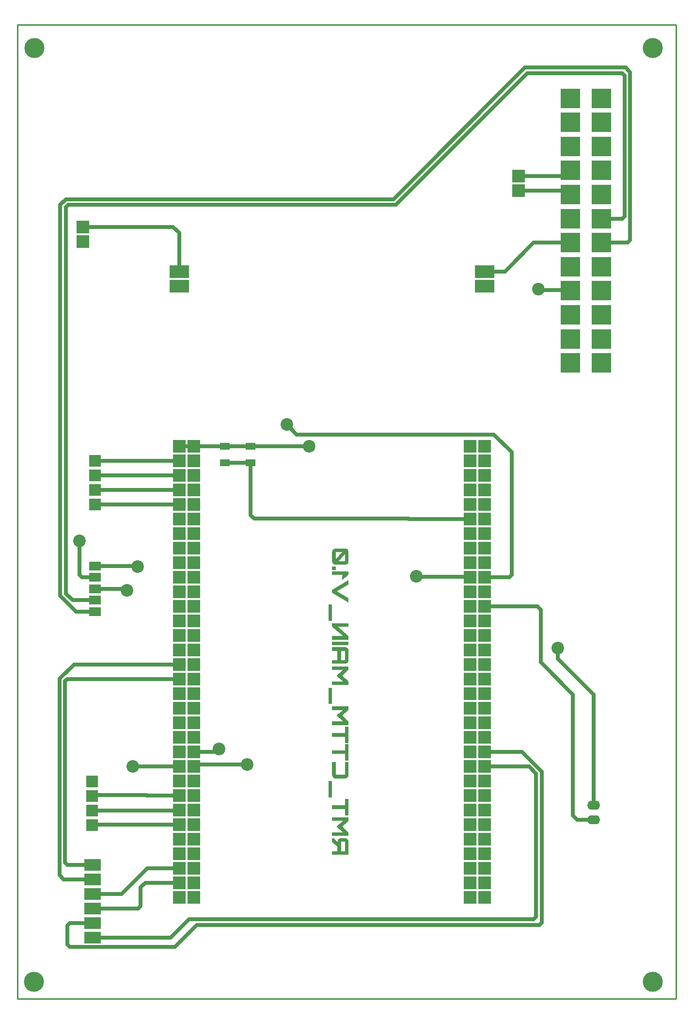
<source format=gbr>
%TF.GenerationSoftware,Altium Limited,Altium Designer,23.1.1 (15)*%
G04 Layer_Physical_Order=2*
G04 Layer_Color=16711680*
%FSLAX45Y45*%
%MOMM*%
%TF.SameCoordinates,E8D9828D-2704-4F52-8B6C-01FE10BD62F2*%
%TF.FilePolarity,Positive*%
%TF.FileFunction,Copper,L2,Bot,Signal*%
%TF.Part,Single*%
G01*
G75*
%TA.AperFunction,Conductor*%
%ADD10C,0.70000*%
%TA.AperFunction,ComponentPad*%
%ADD11R,2.00000X1.50000*%
%ADD12R,2.00000X2.00000*%
%ADD13R,3.00000X2.00000*%
%ADD14R,3.50000X2.20000*%
%ADD15R,2.20000X2.20000*%
%ADD16O,2.25000X1.60000*%
%ADD17R,2.25000X2.20000*%
%ADD18R,3.50000X3.50000*%
%ADD19R,2.20000X2.20000*%
%TA.AperFunction,ViaPad*%
%ADD20C,3.50000*%
%ADD21C,2.20000*%
%TA.AperFunction,SMDPad,CuDef*%
%ADD22R,1.80000X1.30000*%
%TA.AperFunction,NonConductor*%
%ADD23C,0.25400*%
G36*
X5734925Y7861548D02*
X5740340Y7860715D01*
X5745339Y7859465D01*
X5749504Y7857799D01*
X5753253Y7856132D01*
X5755753Y7854883D01*
X5757835Y7854050D01*
X5758252Y7853633D01*
X5763251Y7850301D01*
X5767416Y7846968D01*
X5771165Y7843636D01*
X5774498Y7839887D01*
X5776997Y7836971D01*
X5778663Y7834471D01*
X5779913Y7832805D01*
X5780330Y7832388D01*
X5783245Y7827390D01*
X5785328Y7822391D01*
X5786578Y7817809D01*
X5787828Y7813227D01*
X5788244Y7809478D01*
X5788661Y7806145D01*
Y7638271D01*
X5788244Y7632440D01*
X5787411Y7626608D01*
X5786161Y7621609D01*
X5784495Y7617443D01*
X5782829Y7613694D01*
X5781579Y7611195D01*
X5780746Y7609112D01*
X5780330Y7608696D01*
X5776997Y7604114D01*
X5773248Y7599948D01*
X5769499Y7596615D01*
X5766167Y7593283D01*
X5763251Y7591200D01*
X5760751Y7589117D01*
X5758668Y7588284D01*
X5758252Y7587868D01*
X5753253Y7585368D01*
X5748254Y7583286D01*
X5743256Y7582036D01*
X5738674Y7580786D01*
X5734925Y7580370D01*
X5731592Y7579953D01*
X5729926D01*
X5729093D01*
X5563302D01*
X5557470Y7580370D01*
X5552055Y7581203D01*
X5547056Y7582452D01*
X5542890Y7584119D01*
X5539141Y7585368D01*
X5536225Y7586618D01*
X5534559Y7587451D01*
X5533726Y7587868D01*
X5528727Y7591200D01*
X5524145Y7594533D01*
X5519980Y7597865D01*
X5516647Y7601198D01*
X5514148Y7604114D01*
X5512065Y7606613D01*
X5510815Y7608279D01*
X5510399Y7608696D01*
X5507483Y7613694D01*
X5505400Y7619110D01*
X5503734Y7624108D01*
X5502901Y7628691D01*
X5502067Y7632440D01*
X5501651Y7635356D01*
Y7803646D01*
X5502067Y7809478D01*
X5502901Y7814893D01*
X5504567Y7819892D01*
X5506233Y7824057D01*
X5507483Y7827390D01*
X5509149Y7830306D01*
X5509982Y7831972D01*
X5510399Y7832388D01*
X5514148Y7836971D01*
X5517897Y7841553D01*
X5521646Y7844885D01*
X5525395Y7848218D01*
X5528727Y7850301D01*
X5531227Y7852383D01*
X5533309Y7853216D01*
X5533726Y7853633D01*
X5539141Y7856549D01*
X5544140Y7858632D01*
X5549139Y7859881D01*
X5553721Y7861131D01*
X5557887Y7861548D01*
X5560802Y7861964D01*
X5562469D01*
X5563302D01*
X5729093D01*
X5734925Y7861548D01*
D02*
G37*
G36*
X5562469Y7485811D02*
X5501651D01*
Y7547045D01*
X5562469D01*
Y7485811D01*
D02*
G37*
G36*
X5788661Y7400832D02*
X5679105Y7308773D01*
Y7390002D01*
X5695768Y7402915D01*
X5501651D01*
Y7464149D01*
X5788661D01*
Y7400832D01*
D02*
G37*
G36*
Y7235041D02*
X5579964Y7114656D01*
X5788661Y6994270D01*
Y6922621D01*
X5501651Y7088829D01*
Y7140482D01*
X5788661Y7306690D01*
Y7235041D01*
D02*
G37*
G36*
X5501234Y6600204D02*
X5440000D01*
Y6882215D01*
X5501234D01*
Y6600204D01*
D02*
G37*
G36*
X5788661Y6493981D02*
X5597043D01*
X5788661Y6333189D01*
Y6269455D01*
X5501651D01*
Y6331106D01*
X5693685D01*
X5501651Y6492731D01*
Y6556465D01*
X5788661D01*
Y6493981D01*
D02*
G37*
G36*
Y6174063D02*
X5501651D01*
Y6235297D01*
X5788661D01*
Y6174063D01*
D02*
G37*
G36*
X5735341Y6138239D02*
X5741173Y6137406D01*
X5746172Y6136156D01*
X5750337Y6134490D01*
X5754086Y6132824D01*
X5756586Y6131574D01*
X5758668Y6130741D01*
X5759085Y6130324D01*
X5763667Y6126992D01*
X5768249Y6123659D01*
X5771582Y6120327D01*
X5774914Y6116578D01*
X5776997Y6113662D01*
X5779080Y6111163D01*
X5779913Y6109496D01*
X5780330Y6109080D01*
X5783245Y6104081D01*
X5785328Y6098666D01*
X5786578Y6093667D01*
X5787828Y6089085D01*
X5788244Y6084919D01*
X5788661Y6082003D01*
Y5910797D01*
X5788244Y5904549D01*
X5787411Y5899133D01*
X5786161Y5894135D01*
X5784495Y5889553D01*
X5782829Y5885804D01*
X5781579Y5883304D01*
X5780746Y5881221D01*
X5780330Y5880805D01*
X5776997Y5876223D01*
X5773665Y5872057D01*
X5770332Y5868308D01*
X5766583Y5865392D01*
X5763667Y5862893D01*
X5761168Y5861227D01*
X5759502Y5859977D01*
X5759085Y5859560D01*
X5754086Y5857061D01*
X5748671Y5854978D01*
X5744089Y5853728D01*
X5739507Y5852479D01*
X5735341Y5852062D01*
X5732425Y5851646D01*
X5730342D01*
X5729509D01*
X5501651D01*
Y5913297D01*
X5594127D01*
Y6076171D01*
X5501651D01*
Y6138655D01*
X5729509D01*
X5735341Y6138239D01*
D02*
G37*
G36*
X5788661Y5738758D02*
X5672441Y5642116D01*
X5788661Y5544641D01*
Y5480907D01*
X5501651D01*
Y5542558D01*
X5693685D01*
X5575799Y5642116D01*
X5694102Y5740841D01*
X5501651D01*
Y5802908D01*
X5788661D01*
Y5738758D01*
D02*
G37*
G36*
X5501234Y5150159D02*
X5440000D01*
Y5432170D01*
X5501234D01*
Y5150159D01*
D02*
G37*
G36*
X5788661Y5038937D02*
X5672441Y4942295D01*
X5788661Y4844820D01*
Y4781086D01*
X5501651D01*
Y4842737D01*
X5693685D01*
X5575799Y4942295D01*
X5694102Y5041020D01*
X5501651D01*
Y5103087D01*
X5788661D01*
Y5038937D01*
D02*
G37*
G36*
Y4464501D02*
X5726177D01*
Y4576972D01*
X5501651D01*
Y4639039D01*
X5726177D01*
Y4751511D01*
X5788661D01*
Y4464501D01*
D02*
G37*
G36*
Y4162078D02*
X5726177D01*
Y4274549D01*
X5501651D01*
Y4336617D01*
X5726177D01*
Y4449088D01*
X5788661D01*
Y4162078D01*
D02*
G37*
G36*
Y3907560D02*
X5788244Y3901312D01*
X5787411Y3895896D01*
X5786161Y3890898D01*
X5784495Y3886316D01*
X5782829Y3882567D01*
X5781579Y3880067D01*
X5780746Y3877984D01*
X5780330Y3877568D01*
X5776997Y3872986D01*
X5773665Y3868820D01*
X5770332Y3865071D01*
X5766583Y3862155D01*
X5763667Y3859656D01*
X5761168Y3857989D01*
X5759502Y3856740D01*
X5759085Y3856323D01*
X5754086Y3853824D01*
X5748671Y3851741D01*
X5744089Y3850491D01*
X5739507Y3849242D01*
X5735341Y3848825D01*
X5732425Y3848409D01*
X5730342D01*
X5729509D01*
X5560386D01*
X5554554Y3848825D01*
X5548722Y3849658D01*
X5543723Y3850908D01*
X5539558Y3852574D01*
X5535809Y3853824D01*
X5533309Y3855074D01*
X5531227Y3855907D01*
X5530810Y3856323D01*
X5526228Y3859656D01*
X5522062Y3862988D01*
X5518313Y3866737D01*
X5515397Y3870070D01*
X5512898Y3872986D01*
X5511232Y3875485D01*
X5509982Y3877151D01*
X5509566Y3877568D01*
X5507066Y3882567D01*
X5504983Y3887982D01*
X5503734Y3892981D01*
X5502484Y3897563D01*
X5502067Y3901728D01*
X5501651Y3904644D01*
Y4134585D01*
X5563718D01*
Y3923389D01*
X5564135Y3919224D01*
X5565385Y3915891D01*
X5566634Y3914225D01*
X5567051Y3913392D01*
X5569967Y3911309D01*
X5573299Y3910476D01*
X5575799Y3910059D01*
X5576215D01*
X5576632D01*
X5713263D01*
X5717429Y3910476D01*
X5720761Y3911726D01*
X5722428Y3912975D01*
X5722844Y3913392D01*
X5724927Y3916724D01*
X5725760Y3919640D01*
X5726177Y3922556D01*
Y4134585D01*
X5788661D01*
Y3907560D01*
D02*
G37*
G36*
X5501234Y3517660D02*
X5440000D01*
Y3799671D01*
X5501234D01*
Y3517660D01*
D02*
G37*
G36*
X5788661Y3201907D02*
X5726177D01*
Y3314379D01*
X5501651D01*
Y3376446D01*
X5726177D01*
Y3488917D01*
X5788661D01*
Y3201907D01*
D02*
G37*
G36*
Y3104016D02*
X5672441Y3007374D01*
X5788661Y2909899D01*
Y2846165D01*
X5501651D01*
Y2907816D01*
X5693685D01*
X5575799Y3007374D01*
X5694102Y3106099D01*
X5501651D01*
Y3168166D01*
X5788661D01*
Y3104016D01*
D02*
G37*
G36*
X5734925Y2804093D02*
X5740340Y2803260D01*
X5745339Y2802010D01*
X5749504Y2800344D01*
X5753253Y2798677D01*
X5755753Y2797428D01*
X5757835Y2796595D01*
X5758252Y2796178D01*
X5763251Y2792846D01*
X5767416Y2789513D01*
X5771165Y2786181D01*
X5774081Y2782432D01*
X5776581Y2779516D01*
X5778663Y2777016D01*
X5779496Y2775350D01*
X5779913Y2774933D01*
X5782829Y2769935D01*
X5784912Y2764519D01*
X5786161Y2759937D01*
X5787411Y2755355D01*
X5787828Y2751190D01*
X5788244Y2748274D01*
Y2517499D01*
X5501651D01*
Y2579150D01*
X5595377D01*
X5595583Y2661424D01*
X5501651Y2740359D01*
Y2804093D01*
X5522479D01*
X5595785Y2742094D01*
X5595583Y2661424D01*
X5600792Y2657047D01*
Y2737860D01*
X5595785Y2742094D01*
X5595793Y2745358D01*
X5596210Y2751190D01*
X5597043Y2757021D01*
X5598293Y2762020D01*
X5599959Y2766186D01*
X5601209Y2769935D01*
X5602458Y2772434D01*
X5603292Y2774517D01*
X5603708Y2774933D01*
X5607041Y2779516D01*
X5610790Y2784098D01*
X5614122Y2787430D01*
X5617871Y2790763D01*
X5620787Y2792846D01*
X5623286Y2794928D01*
X5624953Y2795761D01*
X5625369Y2796178D01*
X5630785Y2799094D01*
X5635783Y2801177D01*
X5640782Y2802426D01*
X5645364Y2803676D01*
X5649113Y2804093D01*
X5652446Y2804509D01*
X5654112D01*
X5654945D01*
X5729093D01*
X5734925Y2804093D01*
D02*
G37*
%LPC*%
G36*
X5673274Y7800730D02*
X5566218D01*
Y7673679D01*
X5673274Y7800730D01*
D02*
G37*
G36*
X5725760Y7768238D02*
X5619121Y7640771D01*
X5725760D01*
Y7768238D01*
D02*
G37*
G36*
X5726177Y6076171D02*
X5656195D01*
Y5913297D01*
X5726177D01*
Y6076171D01*
D02*
G37*
G36*
Y2742025D02*
X5658277D01*
Y2579150D01*
X5726177D01*
Y2742025D01*
D02*
G37*
%LPD*%
D10*
X3110500Y4087500D02*
X4020000D01*
X3466876Y4314800D02*
X3514576Y4362500D01*
X3530000D01*
X3083800Y4314800D02*
X3466876D01*
X3083800Y4060800D02*
X3110500Y4087500D01*
X7903700Y7368900D02*
X7909800Y7362800D01*
X6975000Y7375000D02*
X6981100Y7368900D01*
X7903700D01*
X9145000Y5873600D02*
X9705000Y5313600D01*
X9085200Y6854800D02*
X9145000Y6795000D01*
Y5873600D02*
Y6795000D01*
X8163800Y6854800D02*
X9085200D01*
X9443600Y5936400D02*
X10070000Y5310000D01*
X9443600Y5936400D02*
Y6127500D01*
X10070000Y3377000D02*
Y5310000D01*
X9705000Y3205000D02*
X9785000Y3125000D01*
X9705000Y3205000D02*
Y5313600D01*
X9785000Y3125000D02*
X10068000D01*
X807600Y2087400D02*
X1318500D01*
X737500Y2157500D02*
X807600Y2087400D01*
X737500Y2157500D02*
Y5586010D01*
X874000Y952005D02*
X915005Y911000D01*
X2753500D01*
X874000Y952005D02*
Y1284395D01*
X915005Y1325400D02*
X1318500D01*
X874000Y1284395D02*
X915005Y1325400D01*
X1128505Y7357500D02*
X1362500D01*
X1087500Y7398505D02*
Y7995000D01*
Y7398505D02*
X1128505Y7357500D01*
X2829800Y9394799D02*
X2829800Y9394800D01*
X1362500Y9394799D02*
X2829800D01*
X1362500Y9394799D02*
X1362500Y9394799D01*
X2829800Y9140799D02*
X2829800Y9140800D01*
X1362500Y9140799D02*
X2829800D01*
X1362500Y9140799D02*
X1362500Y9140799D01*
X2829800Y8886799D02*
X2829800Y8886800D01*
X1362500Y8886799D02*
X2829800D01*
X1362500Y8886799D02*
X1362500Y8886799D01*
X2829800Y8632799D02*
X2829800Y8632800D01*
X1362500Y8632799D02*
X2829800D01*
X1362500Y8632799D02*
X1362500Y8632799D01*
X3135000Y1292500D02*
X9119895D01*
X2753500Y911000D02*
X3135000Y1292500D01*
X3003576Y1392500D02*
X9024495D01*
X2682476Y1071400D02*
X3003576Y1392500D01*
X1318500Y1071400D02*
X2682476D01*
X9160900Y1333505D02*
Y3968416D01*
X9119895Y1292500D02*
X9160900Y1333505D01*
X9024495Y1392500D02*
X9065500Y1433505D01*
Y3928900D01*
X8170900Y4053700D02*
X8940700D01*
X9065500Y3928900D01*
X8163800Y4060800D02*
X8170900Y4053700D01*
X8814516Y4314800D02*
X9160900Y3968416D01*
X10210000Y13620000D02*
X10568995D01*
X10610000Y13661005D02*
Y16117957D01*
X10568995Y13620000D02*
X10610000Y13661005D01*
X10568995Y16158961D02*
X10610000Y16117957D01*
X8911378Y16158961D02*
X10568995D01*
X10627016Y16254362D02*
X10707500Y16173878D01*
X6575400Y13957899D02*
X8871862Y16254362D01*
X10707500Y13241005D02*
Y16173878D01*
X8871862Y16254362D02*
X10627016D01*
X10666495Y13200000D02*
X10707500Y13241005D01*
X10210000Y13200000D02*
X10666495D01*
X9022500D02*
X9660000D01*
X8519300Y12696800D02*
X9022500Y13200000D01*
X8163800Y12696800D02*
X8519300D01*
X849390Y13957899D02*
X6575400D01*
X888906Y13862500D02*
X6614916D01*
X8911378Y16158961D01*
X8755000Y14103500D02*
X9558616D01*
X9622116Y14039999D01*
X9660000D01*
X9686788Y14066788D01*
X847900Y13821495D02*
X888906Y13862500D01*
X847900Y7074600D02*
Y13821495D01*
X965000Y6957500D02*
X1362500D01*
X847900Y7074600D02*
X965000Y6957500D01*
X1030085Y6757500D02*
X1362500D01*
X752500Y7035084D02*
Y13861011D01*
X849390Y13957899D01*
X752500Y7035084D02*
X1030085Y6757500D01*
X8755000Y14357500D02*
X9519616D01*
X9645906Y12374094D02*
X9660000Y12360000D01*
X9113406Y12374094D02*
X9645906D01*
X9102500Y12385000D02*
X9113406Y12374094D01*
X9519616Y14357500D02*
X9622116Y14460001D01*
X9660000D01*
X2829800Y12696800D02*
Y13367700D01*
X2725500Y13472000D02*
X2829800Y13367700D01*
X1142500Y13472000D02*
X2725500D01*
X4710000Y10022500D02*
X4880000Y9852500D01*
X8330000D01*
X8637500Y9545000D01*
X8596495Y7362800D02*
X8637500Y7403805D01*
X8163800Y7362800D02*
X8596495D01*
X8637500Y7403805D02*
Y9545000D01*
X10068000Y3125000D02*
X10070000Y3123000D01*
X737500Y5586010D02*
X990290Y5838800D01*
X832900Y2382405D02*
X873905Y2341400D01*
X832900Y5543795D02*
X873905Y5584800D01*
X832900Y2382405D02*
Y5543795D01*
X873905Y2341400D02*
X1318500D01*
X873905Y5584800D02*
X2829800D01*
X4080000Y9648800D02*
X4080650Y9648150D01*
X3627500Y9648800D02*
X4080000D01*
X4080650Y9648150D02*
X5096850D01*
X5097500Y9647500D01*
X8733352Y14357500D02*
X8755000D01*
X2095000Y7550000D02*
X2102500Y7542500D01*
X1362500Y7557499D02*
X1370000Y7550000D01*
X2095000D01*
X2826900Y4057900D02*
X2829800Y4060800D01*
X2017900Y4057900D02*
X2826900D01*
X2015000Y4055000D02*
X2017900Y4057900D01*
X1872076Y7157500D02*
X1902076Y7127500D01*
X1362500Y7157500D02*
X1872076D01*
X1902076Y7127500D02*
X1917500D01*
X2815233Y3284232D02*
X2829800Y3298800D01*
X1312267Y3284232D02*
X2815233D01*
X1310000Y3286500D02*
X1312267Y3284232D01*
X1324386Y3554886D02*
X2263335D01*
X1310000Y3540500D02*
X1324386Y3554886D01*
X2263335D02*
X2265422Y3552800D01*
X2829800D01*
X1316150Y3038650D02*
X2823650D01*
X2829800Y3044800D01*
X1310000Y3032500D02*
X1316150Y3038650D01*
X2819400Y3542400D02*
X2829800Y3552800D01*
X990290Y5838800D02*
X2829800D01*
X4080000Y8442500D02*
X4110081Y8412418D01*
X4142500Y8380000D01*
X4080000Y8442500D02*
Y9358800D01*
X4142500Y8380000D02*
X6837500D01*
X6838700Y8378800D01*
X7909800D01*
X3627500Y9358800D02*
X4080000D01*
X4080000Y9358800D01*
X3083800Y9648800D02*
X3627500D01*
X3627500Y9648800D01*
X2829800Y9648800D02*
X3083800D01*
X1318500Y1833400D02*
X1826500D01*
X2275900Y2282800D01*
X2829800D01*
X2156700Y1947700D02*
X2237800Y2028800D01*
X2829800D01*
X2115695Y1579400D02*
X2156700Y1620405D01*
Y1947700D01*
X1318500Y1579400D02*
X2115695D01*
X8163800Y4314800D02*
X8814516D01*
D11*
X1362500Y7557499D02*
D03*
Y6757500D02*
D03*
Y6957500D02*
D03*
Y7157500D02*
D03*
Y7357500D02*
D03*
D12*
Y9394799D02*
D03*
Y9140799D02*
D03*
Y8632799D02*
D03*
Y8886799D02*
D03*
X1310000Y3032500D02*
D03*
Y3286500D02*
D03*
Y3540500D02*
D03*
Y3794500D02*
D03*
D13*
X1318500Y1579400D02*
D03*
Y2087400D02*
D03*
Y1071400D02*
D03*
Y2341400D02*
D03*
Y1325400D02*
D03*
Y1833400D02*
D03*
D14*
X8163800Y12442800D02*
D03*
Y12696800D02*
D03*
X2829800Y12442800D02*
D03*
Y12696800D02*
D03*
D15*
X3083800Y1774800D02*
D03*
X2829800D02*
D03*
X3083800Y2028800D02*
D03*
X2829800D02*
D03*
X3083800Y2282800D02*
D03*
X2829800D02*
D03*
X3083800Y2536800D02*
D03*
X2829800D02*
D03*
X3083800Y2790800D02*
D03*
X2829800D02*
D03*
X3083800Y3044800D02*
D03*
X2829800D02*
D03*
X3083800Y3298800D02*
D03*
X2829800D02*
D03*
X3083800Y3552800D02*
D03*
X2829800D02*
D03*
X3083800Y3806800D02*
D03*
X2829800D02*
D03*
X3083800Y4060800D02*
D03*
X2829800D02*
D03*
X3083800Y4314800D02*
D03*
X2829800D02*
D03*
X3083800Y4568800D02*
D03*
X2829800D02*
D03*
X3083800Y4822800D02*
D03*
X2829800D02*
D03*
X3083800Y5076800D02*
D03*
X2829800D02*
D03*
X3083800Y5330800D02*
D03*
X2829800D02*
D03*
X3083800Y5584800D02*
D03*
X2829800D02*
D03*
X3083800Y5838800D02*
D03*
X2829800D02*
D03*
X3083800Y6092800D02*
D03*
X2829800D02*
D03*
X3083800Y6346800D02*
D03*
X2829800D02*
D03*
X3083800Y6600800D02*
D03*
X2829800D02*
D03*
X3083800Y6854800D02*
D03*
X2829800D02*
D03*
X3083800Y7108800D02*
D03*
X2829800D02*
D03*
X3083800Y7362800D02*
D03*
X2829800D02*
D03*
X3083800Y7616800D02*
D03*
X2829800D02*
D03*
X3083800Y7870800D02*
D03*
X2829800D02*
D03*
X3083800Y8124800D02*
D03*
X2829800D02*
D03*
X3083800Y8378800D02*
D03*
X2829800D02*
D03*
X3083800Y8632800D02*
D03*
X2829800D02*
D03*
X3083800Y8886800D02*
D03*
X2829800D02*
D03*
X3083800Y9140800D02*
D03*
X2829800D02*
D03*
X3083800Y9394800D02*
D03*
X2829800D02*
D03*
X3083800Y9648800D02*
D03*
X2829800D02*
D03*
X8163800Y1774800D02*
D03*
X7909800D02*
D03*
X8163800Y2028800D02*
D03*
X7909800D02*
D03*
X8163800Y2282800D02*
D03*
X7909800D02*
D03*
X8163800Y2536800D02*
D03*
X7909800D02*
D03*
X8163800Y2790800D02*
D03*
X7909800D02*
D03*
X8163800Y3044800D02*
D03*
X7909800D02*
D03*
X8163800Y3298800D02*
D03*
X7909800D02*
D03*
X8163800Y3552800D02*
D03*
X7909800D02*
D03*
X8163800Y3806800D02*
D03*
X7909800D02*
D03*
X8163800Y4060800D02*
D03*
X7909800D02*
D03*
X8163800Y4314800D02*
D03*
X7909800D02*
D03*
X8163800Y4568800D02*
D03*
X7909800D02*
D03*
X8163800Y4822800D02*
D03*
X7909800D02*
D03*
X8163800Y5076800D02*
D03*
X7909800D02*
D03*
X8163800Y5330800D02*
D03*
X7909800D02*
D03*
X8163800Y5584800D02*
D03*
X7909800D02*
D03*
X8163800Y5838800D02*
D03*
X7909800D02*
D03*
X8163800Y6092800D02*
D03*
X7909800D02*
D03*
X8163800Y6346800D02*
D03*
X7909800D02*
D03*
X8163800Y6600800D02*
D03*
X7909800D02*
D03*
X8163800Y6854800D02*
D03*
X7909800D02*
D03*
X8163800Y7108800D02*
D03*
X7909800D02*
D03*
X8163800Y7362800D02*
D03*
X7909800D02*
D03*
X8163800Y7616800D02*
D03*
X7909800D02*
D03*
X8163800Y7870800D02*
D03*
X7909800D02*
D03*
X8163800Y8124800D02*
D03*
X7909800D02*
D03*
X8163800Y8378800D02*
D03*
X7909800D02*
D03*
X8163800Y8632800D02*
D03*
X7909800D02*
D03*
X8163800Y8886800D02*
D03*
X7909800D02*
D03*
X8163800Y9140800D02*
D03*
X7909800D02*
D03*
X8163800Y9394800D02*
D03*
X7909800D02*
D03*
X8163800Y9648800D02*
D03*
X7909800D02*
D03*
D16*
X10070000Y3377000D02*
D03*
Y3123000D02*
D03*
D17*
X1142500Y13472000D02*
D03*
Y13217999D02*
D03*
D18*
X10210000Y15720000D02*
D03*
X9660000D02*
D03*
X10210000Y15300000D02*
D03*
X9660000D02*
D03*
X10210000Y14880000D02*
D03*
X9660000D02*
D03*
X10210000Y14460001D02*
D03*
X9660000D02*
D03*
X10210000Y14039999D02*
D03*
X9660000D02*
D03*
X10210000Y13620000D02*
D03*
X9660000D02*
D03*
X10210000Y13200000D02*
D03*
X9660000D02*
D03*
X10210000Y12780000D02*
D03*
X9660000D02*
D03*
X10210000Y12360000D02*
D03*
X9660000D02*
D03*
X10210000Y11940000D02*
D03*
X9660000D02*
D03*
X10210000Y11520000D02*
D03*
X9660000D02*
D03*
X10210000Y11100000D02*
D03*
X9660000D02*
D03*
D19*
X8755000Y14103500D02*
D03*
Y14357500D02*
D03*
D20*
X11100000Y16600000D02*
D03*
X300000D02*
D03*
X292500Y300000D02*
D03*
X11100000D02*
D03*
D21*
X4020000Y4087500D02*
D03*
X3530000Y4362500D02*
D03*
X6975000Y7375000D02*
D03*
X9443600Y6127500D02*
D03*
X1087500Y7995000D02*
D03*
X9102500Y12385000D02*
D03*
X4710000Y10022500D02*
D03*
X5097500Y9647500D02*
D03*
X2102500Y7542500D02*
D03*
X2015000Y4055000D02*
D03*
X1917500Y7127500D02*
D03*
D22*
X3627500Y9648800D02*
D03*
Y9358800D02*
D03*
X4080000Y9648800D02*
D03*
Y9358800D02*
D03*
D23*
X0Y0D02*
X11510000D01*
X0Y17000000D02*
X11510000D01*
Y0D02*
Y17000000D01*
X0Y0D02*
Y17000000D01*
%TF.MD5,abf75c3e1b3989ada1bfc2b451e145fd*%
M02*

</source>
